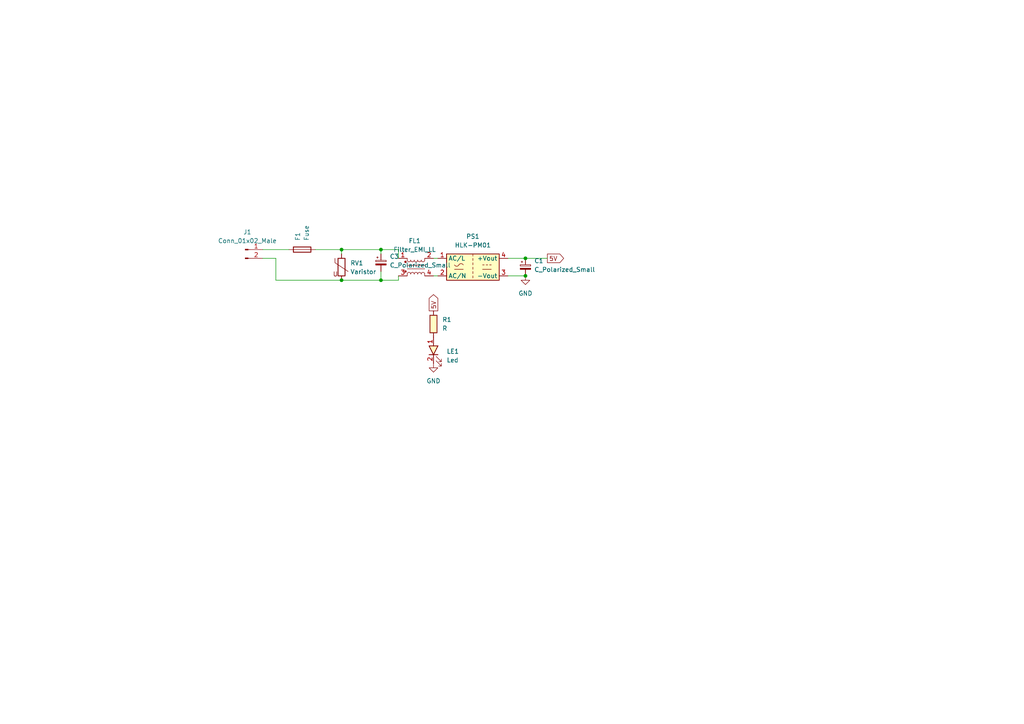
<source format=kicad_sch>
(kicad_sch (version 20230121) (generator eeschema)
  (paper "A4")
  (lib_symbols
    (symbol "Converter_ACDC:HLK-PM01"
      (property "Reference" "PS" (at 0 5.08 0))
      (property "Value" "HLK-PM01" (at 0 -5.08 0))
      (symbol "HLK-PM01_0_1"
        (rectangle (start -7.62 3.81) (end 7.62 -3.81) (stroke (width 0.254)) (fill (type background)))
        (arc (start -5.334 0.635) (mid -4.699 0.2495) (end -4.064 0.635))
        (arc (start -2.794 0.635) (mid -3.429 1.0072) (end -4.064 0.635))
        (polyline (pts (xy -5.334 -0.635) (xy -2.794 -0.635)))
        (polyline (pts (xy 0 -2.54) (xy 0 -3.175)))
        (polyline (pts (xy 0 -1.27) (xy 0 -1.905)))
        (polyline (pts (xy 0 0) (xy 0 -0.635)))
        (polyline (pts (xy 0 1.27) (xy 0 0.635)))
        (polyline (pts (xy 0 2.54) (xy 0 1.905)))
        (polyline (pts (xy 0 3.81) (xy 0 3.175)))
        (polyline (pts (xy 2.794 -0.635) (xy 5.334 -0.635)))
        (polyline (pts (xy 2.794 0.635) (xy 3.302 0.635)))
        (polyline (pts (xy 3.81 0.635) (xy 4.318 0.635)))
        (polyline (pts (xy 4.826 0.635) (xy 5.334 0.635)))
      )
      (symbol "HLK-PM01_1_1"
        (pin power_in line (at -10.16 2.54 0) (length 2.54) (name "AC/L") (number "1"))
        (pin power_in line (at -10.16 -2.54 0) (length 2.54) (name "AC/N") (number "2"))
        (pin power_out line (at 10.16 -2.54 180) (length 2.54) (name "-Vout") (number "3"))
        (pin power_out line (at 10.16 2.54 180) (length 2.54) (name "+Vout") (number "4"))
      )
    )
    (symbol "IVS_SYMBOLS:C_Polarized_Small" (pin_numbers hide) (pin_names (offset 0.254) hide)
      (property "Reference" "C" (at 0.254 1.778 0))
      (property "Value" "C_Polarized_Small" (at 0.254 -2.032 0))
      (symbol "C_Polarized_Small_0_1"
        (rectangle (start -1.524 -0.3048) (end 1.524 -0.6858) (fill (type outline)))
        (rectangle (start -1.524 0.6858) (end 1.524 0.3048))
        (polyline (pts (xy -1.27 1.524) (xy -0.762 1.524)))
        (polyline (pts (xy -1.016 1.27) (xy -1.016 1.778)))
      )
      (symbol "C_Polarized_Small_1_1"
        (pin passive line (at 0 2.54 270) (length 1.8542) (name "~") (number "1"))
        (pin passive line (at 0 -2.54 90) (length 1.8542) (name "~") (number "2"))
      )
    )
    (symbol "IVS_SYMBOLS:Conn_01x02_Male" (pin_names (offset 1.016) hide)
      (property "Reference" "J" (at 0 2.54 0))
      (property "Value" "Conn_01x02_Male" (at 0 -5.08 0))
      (symbol "Conn_01x02_Male_1_1"
        (polyline (pts (xy 1.27 -2.54) (xy 0.8636 -2.54)) (stroke (width 0.1524)))
        (polyline (pts (xy 1.27 0) (xy 0.8636 0)) (stroke (width 0.1524)))
        (rectangle (start 0.8636 -2.413) (end 0 -2.667) (stroke (width 0.1524)) (fill (type outline)))
        (rectangle (start 0.8636 0.127) (end 0 -0.127) (stroke (width 0.1524)) (fill (type outline)))
        (pin passive line (at 5.08 0 180) (length 3.81) (name "Pin_1") (number "1"))
        (pin passive line (at 5.08 -2.54 180) (length 3.81) (name "Pin_2") (number "2"))
      )
    )
    (symbol "IVS_SYMBOLS:Filter_EMI_LL" (pin_names (offset 0.254) hide)
      (property "Reference" "FL" (at 0 4.445 0))
      (property "Value" "Filter_EMI_LL" (at 0 -4.445 0))
      (symbol "Filter_EMI_LL_0_1"
        (circle (center -3.048 -1.27) (radius 0.254) (fill (type outline)))
        (circle (center -3.048 1.524) (radius 0.254) (fill (type outline)))
        (arc (start -2.54 2.032) (mid -2.032 1.5262) (end -1.524 2.032))
        (arc (start -1.524 -2.032) (mid -2.032 -1.5262) (end -2.54 -2.032))
        (arc (start -1.524 2.032) (mid -1.016 1.5262) (end -0.508 2.032))
        (arc (start -0.508 -2.032) (mid -1.016 -1.5262) (end -1.524 -2.032))
        (arc (start -0.508 2.032) (mid 0 1.5262) (end 0.508 2.032))
        (polyline (pts (xy -2.54 -2.032) (xy -2.54 -2.54)))
        (polyline (pts (xy -2.54 0.508) (xy 2.54 0.508)))
        (polyline (pts (xy -2.54 2.032) (xy -2.54 2.54)))
        (polyline (pts (xy 2.54 -2.032) (xy 2.54 -2.54)))
        (polyline (pts (xy 2.54 -0.508) (xy -2.54 -0.508)))
        (polyline (pts (xy 2.54 2.54) (xy 2.54 2.032)))
        (arc (start 0.508 -2.032) (mid 0 -1.5262) (end -0.508 -2.032))
        (arc (start 0.508 2.032) (mid 1.016 1.5262) (end 1.524 2.032))
        (arc (start 1.524 -2.032) (mid 1.016 -1.5262) (end 0.508 -2.032))
        (arc (start 1.524 2.032) (mid 2.032 1.5262) (end 2.54 2.032))
        (arc (start 2.54 -2.032) (mid 2.032 -1.5262) (end 1.524 -2.032))
      )
      (symbol "Filter_EMI_LL_1_1"
        (pin passive line (at -5.08 2.54 0) (length 2.54) (name "1") (number "1"))
        (pin passive line (at 5.08 2.54 180) (length 2.54) (name "2") (number "2"))
        (pin passive line (at -5.08 -2.54 0) (length 2.54) (name "3") (number "3"))
        (pin passive line (at 5.08 -2.54 180) (length 2.54) (name "4") (number "4"))
      )
    )
    (symbol "IVS_SYMBOLS:Fuse" (pin_numbers hide) (pin_names (offset 0))
      (property "Reference" "F" (at 2.032 0 90))
      (property "Value" "Fuse" (at -1.905 0 90))
      (symbol "Fuse_0_1"
        (rectangle (start -0.762 -2.54) (end 0.762 2.54) (stroke (width 0.254)))
        (polyline (pts (xy 0 2.54) (xy 0 -2.54)))
      )
      (symbol "Fuse_1_1"
        (pin passive line (at 0 3.81 270) (length 1.27) (name "~") (number "1"))
        (pin passive line (at 0 -3.81 90) (length 1.27) (name "~") (number "2"))
      )
    )
    (symbol "IVS_SYMBOLS:Led"
      (property "Reference" "LE" (at 0.508 -2.794 0))
      (property "Value" "Led" (at -0.254 2.794 0))
      (symbol "Led_0_1"
        (polyline (pts (xy 0 -1.27) (xy 0 1.27)) (stroke (width 0.254)))
        (polyline (pts (xy 2.54 -1.27) (xy 2.54 1.27) (xy 0 0) (xy 2.54 -1.27)) (stroke (width 0.254)) (fill (type background)))
        (polyline (pts (xy -1.778 -0.762) (xy -3.302 -2.286) (xy -2.54 -2.286) (xy -3.302 -2.286) (xy -3.302 -1.524)))
        (polyline (pts (xy -0.508 -0.762) (xy -2.032 -2.286) (xy -1.27 -2.286) (xy -2.032 -2.286) (xy -2.032 -1.524)))
      )
      (symbol "Led_1_1"
        (pin passive line (at 5.08 0 180) (length 2.54) (name "") (number "1"))
        (pin passive line (at -2.54 0 0) (length 2.54) (name "") (number "2"))
      )
    )
    (symbol "IVS_SYMBOLS:R" (pin_numbers hide) (pin_names (offset 0))
      (property "Reference" "R" (at 2.032 0 90))
      (property "Value" "R" (at 0 0 90))
      (symbol "R_1_1"
        (rectangle (start -1.016 2.54) (end 1.016 -2.54) (stroke (width 0.254)) (fill (type background)))
        (pin passive line (at 0 3.81 270) (length 1.27) (name "~") (number "1"))
        (pin passive line (at 0 -3.81 90) (length 1.27) (name "~") (number "2"))
      )
    )
    (symbol "IVS_SYMBOLS:Varistor" (pin_numbers hide) (pin_names (offset 0))
      (property "Reference" "RV" (at 3.175 0 90))
      (property "Value" "Varistor" (at -3.175 0 90))
      (symbol "Varistor_0_0"
        (text "U" (at -1.778 -2.032 0) (effects (font (size 1.27 1.27))))
      )
      (symbol "Varistor_0_1"
        (rectangle (start -1.016 -2.54) (end 1.016 2.54) (stroke (width 0.254)))
        (polyline (pts (xy -1.905 2.54) (xy -1.905 1.27) (xy 1.905 -1.27)))
      )
      (symbol "Varistor_1_1"
        (pin passive line (at 0 3.81 270) (length 1.27) (name "~") (number "1"))
        (pin passive line (at 0 -3.81 90) (length 1.27) (name "~") (number "2"))
      )
    )
    (symbol "power:GND" (power) (pin_names (offset 0))
      (property "Value" "GND" (at 0 -3.81 0))
      (symbol "GND_0_1"
        (polyline (pts (xy 0 0) (xy 0 -1.27) (xy 1.27 -1.27) (xy 0 -2.54) (xy -1.27 -1.27) (xy 0 -1.27)))
      )
      (symbol "GND_1_1"
        (pin power_in line (at 0 0 270) (length 0) hide (name "GND") (number "1"))
      )
    )
  )
  (junction (at 99.06 72.39))
  (junction (at 152.4 80.01))
  (junction (at 110.49 72.39))
  (junction (at 152.4 74.93))
  (junction (at 110.49 81.28))
  (junction (at 99.06 81.28))
  (wire (pts (xy 127 74.93) (xy 125.73 74.93)))
  (wire (pts (xy 76.2 72.39) (xy 83.82 72.39)))
  (wire (pts (xy 110.49 78.74) (xy 110.49 81.28)))
  (wire (pts (xy 127 80.01) (xy 125.73 80.01)))
  (wire (pts (xy 110.49 73.66) (xy 110.49 72.39)))
  (wire (pts (xy 115.57 74.93) (xy 115.57 72.39)))
  (wire (pts (xy 80.01 74.93) (xy 80.01 81.28)))
  (wire (pts (xy 99.06 72.39) (xy 99.06 73.66)))
  (wire (pts (xy 80.01 81.28) (xy 99.06 81.28)))
  (wire (pts (xy 147.32 80.01) (xy 152.4 80.01)))
  (wire (pts (xy 76.2 74.93) (xy 80.01 74.93)))
  (wire (pts (xy 110.49 72.39) (xy 115.57 72.39)))
  (wire (pts (xy 99.06 81.28) (xy 110.49 81.28)))
  (wire (pts (xy 147.32 74.93) (xy 152.4 74.93)))
  (wire (pts (xy 110.49 81.28) (xy 115.57 81.28)))
  (wire (pts (xy 152.4 74.93) (xy 158.75 74.93)))
  (wire (pts (xy 115.57 80.01) (xy 115.57 81.28)))
  (wire (pts (xy 91.44 72.39) (xy 99.06 72.39)))
  (wire (pts (xy 99.06 72.39) (xy 110.49 72.39)))
  (global_label "5V" (shape output) (at 125.73 90.17 90) (property "Intersheetrefs" "${INTERSHEET_REFS}" (effects hide)))
  (global_label "5V" (shape output) (at 158.75 74.93 0) (property "Intersheetrefs" "${INTERSHEET_REFS}" (effects hide)))
  (symbol (lib_id "IVS_SYMBOLS:Varistor") (at 99.06 77.47 0) (unit 1)
    (property "Reference" "RV1" (at 101.6 76.2992 0) (effects (justify left)))
    (property "Value" "Varistor" (at 101.6 78.8392 0) (effects (justify left)))
  )
  (symbol (lib_id "IVS_SYMBOLS:Conn_01x02_Male") (at 71.12 72.39 0) (unit 1)
    (property "Reference" "J1" (at 71.755 67.31 0))
    (property "Value" "Conn_01x02_Male" (at 71.755 69.85 0))
  )
  (symbol (lib_id "IVS_SYMBOLS:Filter_EMI_LL") (at 120.65 77.47 0) (unit 1)
    (property "Reference" "FL1" (at 120.269 69.85 0))
    (property "Value" "Filter_EMI_LL" (at 120.269 72.39 0))
    (property "Footprint" "IVS_FOOTPRINTS:ACFilterChokeUU9.8" (effects hide))
  )
  (symbol (lib_id "power:GND") (at 152.4 80.01 0) (unit 1)
    (property "Reference" "#PWR01" (effects hide))
    (property "Value" "GND" (at 152.4 85.09 0))
    (instances (project "lora" (path "" (reference "#PWR01") (unit 1)) (path "" (reference "#PWR04") (unit 1))))
  )
  (symbol (lib_id "IVS_SYMBOLS:C_Polarized_Small") (at 110.49 76.2 0) (unit 1)
    (property "Reference" "C3" (at 113.03 74.3839 0) (effects (justify left)))
    (property "Value" "C_Polarized_Small" (at 113.03 76.9239 0) (effects (justify left)))
    (instances (project "lora" (path "" (reference "C3") (unit 1)) (path "" (reference "C1") (unit 1))))
  )
  (symbol (lib_id "IVS_SYMBOLS:Led") (at 125.73 102.87 90) (unit 1)
    (property "Reference" "LE1" (at 129.54 101.9175 90) (effects (justify right)))
    (property "Value" "Led" (at 129.54 104.4575 90) (effects (justify right)))
  )
  (symbol (lib_id "IVS_SYMBOLS:R") (at 125.73 93.98 0) (unit 1)
    (property "Reference" "R1" (at 128.27 92.71 0) (effects (justify left)))
    (property "Value" "R" (at 128.27 95.25 0) (effects (justify left)))
    (property "Footprint" "IVS_FOOTPRINTS:ESP8266-07__ESP32-C3-12F" (effects hide))
  )
  (symbol (lib_id "IVS_SYMBOLS:C_Polarized_Small") (at 152.4 77.47 0) (unit 1)
    (property "Reference" "C1" (at 154.94 75.6539 0) (effects (justify left)))
    (property "Value" "C_Polarized_Small" (at 154.94 78.1939 0) (effects (justify left)))
    (instances (project "lora" (path "" (reference "C1") (unit 1)) (path "" (reference "C3") (unit 1))))
  )
  (symbol (lib_id "power:GND") (at 125.73 105.41 0) (unit 1)
    (property "Reference" "#PWR04" (effects hide))
    (property "Value" "GND" (at 125.73 110.49 0))
    (instances (project "lora" (path "" (reference "#PWR04") (unit 1)) (path "" (reference "#PWR02") (unit 1))))
  )
  (symbol (lib_id "IVS_SYMBOLS:Fuse") (at 87.63 72.39 90) (unit 1)
    (property "Reference" "F1" (at 86.36 69.85 0) (effects (justify left)))
    (property "Value" "Fuse" (at 88.9 69.85 0) (effects (justify left)))
  )
  (symbol (lib_id "Converter_ACDC:HLK-PM01") (at 137.16 77.47 0) (unit 1)
    (property "Reference" "PS1" (at 137.16 68.58 0))
    (property "Value" "HLK-PM01" (at 137.16 71.12 0))
    (property "Footprint" "Converter_ACDC:Converter_ACDC_HiLink_HLK-PMxx" (effects hide))
    (property "Datasheet" "http://www.hlktech.net/product_detail.php?ProId=54" (effects hide))
  )
)
</source>
